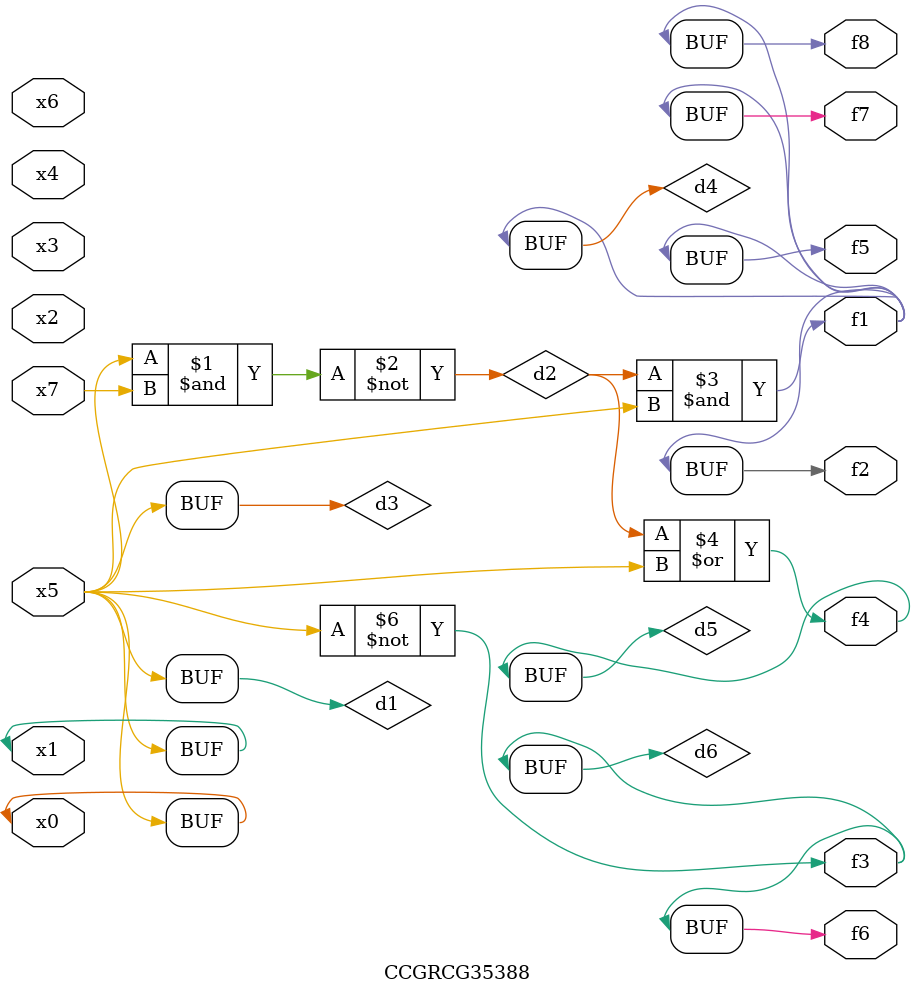
<source format=v>
module CCGRCG35388(
	input x0, x1, x2, x3, x4, x5, x6, x7,
	output f1, f2, f3, f4, f5, f6, f7, f8
);

	wire d1, d2, d3, d4, d5, d6;

	buf (d1, x0, x5);
	nand (d2, x5, x7);
	buf (d3, x0, x1);
	and (d4, d2, d3);
	or (d5, d2, d3);
	nor (d6, d1, d3);
	assign f1 = d4;
	assign f2 = d4;
	assign f3 = d6;
	assign f4 = d5;
	assign f5 = d4;
	assign f6 = d6;
	assign f7 = d4;
	assign f8 = d4;
endmodule

</source>
